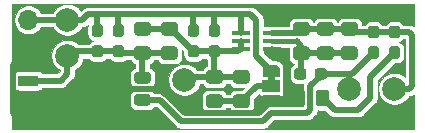
<source format=gbr>
%TF.GenerationSoftware,KiCad,Pcbnew,5.1.6*%
%TF.CreationDate,2020-08-30T23:31:21+02:00*%
%TF.ProjectId,power-toggle-on-hold-off,706f7765-722d-4746-9f67-676c652d6f6e,rev?*%
%TF.SameCoordinates,Original*%
%TF.FileFunction,Copper,L1,Top*%
%TF.FilePolarity,Positive*%
%FSLAX46Y46*%
G04 Gerber Fmt 4.6, Leading zero omitted, Abs format (unit mm)*
G04 Created by KiCad (PCBNEW 5.1.6) date 2020-08-30 23:31:21*
%MOMM*%
%LPD*%
G01*
G04 APERTURE LIST*
%TA.AperFunction,EtchedComponent*%
%ADD10C,0.100000*%
%TD*%
%TA.AperFunction,SMDPad,CuDef*%
%ADD11R,1.700000X0.900000*%
%TD*%
%TA.AperFunction,SMDPad,CuDef*%
%ADD12R,1.500000X0.400000*%
%TD*%
%TA.AperFunction,SMDPad,CuDef*%
%ADD13C,2.000000*%
%TD*%
%TA.AperFunction,SMDPad,CuDef*%
%ADD14C,0.100000*%
%TD*%
%TA.AperFunction,SMDPad,CuDef*%
%ADD15R,1.500000X1.000000*%
%TD*%
%TA.AperFunction,ComponentPad*%
%ADD16O,1.700000X1.700000*%
%TD*%
%TA.AperFunction,ComponentPad*%
%ADD17R,1.700000X1.700000*%
%TD*%
%TA.AperFunction,Conductor*%
%ADD18C,0.500000*%
%TD*%
%TA.AperFunction,Conductor*%
%ADD19C,0.400000*%
%TD*%
%TA.AperFunction,Conductor*%
%ADD20C,0.100000*%
%TD*%
G04 APERTURE END LIST*
D10*
%TO.C,SW2*%
G36*
X79040000Y-42788000D02*
G01*
X79040000Y-43288000D01*
X78440000Y-43288000D01*
X78440000Y-42788000D01*
X79040000Y-42788000D01*
G37*
%TD*%
D11*
%TO.P,SW1,2*%
%TO.N,Net-(C1-Pad2)*%
X58166000Y-43258000D03*
%TO.P,SW1,1*%
%TO.N,GND*%
X58166000Y-46658000D03*
%TD*%
D12*
%TO.P,U1,6*%
%TO.N,Net-(C1-Pad1)*%
X76140000Y-40528000D03*
%TO.P,U1,5*%
X76140000Y-39878000D03*
%TO.P,U1,4*%
%TO.N,VCC*%
X76140000Y-39228000D03*
%TO.P,U1,3*%
%TO.N,Net-(C5-Pad2)*%
X78800000Y-39228000D03*
%TO.P,U1,2*%
%TO.N,Net-(C5-Pad1)*%
X78800000Y-39878000D03*
%TO.P,U1,1*%
%TO.N,GND*%
X78800000Y-40528000D03*
%TD*%
D13*
%TO.P,TP5,1*%
%TO.N,Net-(C5-Pad2)*%
X89154000Y-43942000D03*
%TD*%
%TO.P,TP4,1*%
%TO.N,Net-(D1-Pad2)*%
X85344000Y-43942000D03*
%TD*%
%TO.P,TP3,1*%
%TO.N,Net-(C1-Pad1)*%
X71374000Y-43180000D03*
%TD*%
%TO.P,TP2,1*%
%TO.N,Net-(C1-Pad2)*%
X61468000Y-41148000D03*
%TD*%
%TO.P,TP1,1*%
%TO.N,VCC*%
X61468000Y-38100000D03*
%TD*%
%TA.AperFunction,SMDPad,CuDef*%
D14*
%TO.P,SW2,1*%
%TO.N,VCC*%
G36*
X77990000Y-42938000D02*
G01*
X77990000Y-42388000D01*
X77990602Y-42388000D01*
X77990602Y-42363466D01*
X77995412Y-42314635D01*
X78004984Y-42266510D01*
X78019228Y-42219555D01*
X78038005Y-42174222D01*
X78061136Y-42130949D01*
X78088396Y-42090150D01*
X78119524Y-42052221D01*
X78154221Y-42017524D01*
X78192150Y-41986396D01*
X78232949Y-41959136D01*
X78276222Y-41936005D01*
X78321555Y-41917228D01*
X78368510Y-41902984D01*
X78416635Y-41893412D01*
X78465466Y-41888602D01*
X78490000Y-41888602D01*
X78490000Y-41888000D01*
X78990000Y-41888000D01*
X78990000Y-41888602D01*
X79014534Y-41888602D01*
X79063365Y-41893412D01*
X79111490Y-41902984D01*
X79158445Y-41917228D01*
X79203778Y-41936005D01*
X79247051Y-41959136D01*
X79287850Y-41986396D01*
X79325779Y-42017524D01*
X79360476Y-42052221D01*
X79391604Y-42090150D01*
X79418864Y-42130949D01*
X79441995Y-42174222D01*
X79460772Y-42219555D01*
X79475016Y-42266510D01*
X79484588Y-42314635D01*
X79489398Y-42363466D01*
X79489398Y-42388000D01*
X79490000Y-42388000D01*
X79490000Y-42938000D01*
X77990000Y-42938000D01*
G37*
%TD.AperFunction*%
D15*
%TO.P,SW2,2*%
%TO.N,Net-(C3-Pad2)*%
X78740000Y-43688000D03*
%TA.AperFunction,SMDPad,CuDef*%
D14*
%TO.P,SW2,3*%
%TO.N,GND*%
G36*
X79489398Y-44988000D02*
G01*
X79489398Y-45012534D01*
X79484588Y-45061365D01*
X79475016Y-45109490D01*
X79460772Y-45156445D01*
X79441995Y-45201778D01*
X79418864Y-45245051D01*
X79391604Y-45285850D01*
X79360476Y-45323779D01*
X79325779Y-45358476D01*
X79287850Y-45389604D01*
X79247051Y-45416864D01*
X79203778Y-45439995D01*
X79158445Y-45458772D01*
X79111490Y-45473016D01*
X79063365Y-45482588D01*
X79014534Y-45487398D01*
X78990000Y-45487398D01*
X78990000Y-45488000D01*
X78490000Y-45488000D01*
X78490000Y-45487398D01*
X78465466Y-45487398D01*
X78416635Y-45482588D01*
X78368510Y-45473016D01*
X78321555Y-45458772D01*
X78276222Y-45439995D01*
X78232949Y-45416864D01*
X78192150Y-45389604D01*
X78154221Y-45358476D01*
X78119524Y-45323779D01*
X78088396Y-45285850D01*
X78061136Y-45245051D01*
X78038005Y-45201778D01*
X78019228Y-45156445D01*
X78004984Y-45109490D01*
X77995412Y-45061365D01*
X77990602Y-45012534D01*
X77990602Y-44988000D01*
X77990000Y-44988000D01*
X77990000Y-44438000D01*
X79490000Y-44438000D01*
X79490000Y-44988000D01*
X79489398Y-44988000D01*
G37*
%TD.AperFunction*%
%TD*%
%TO.P,R7,2*%
%TO.N,Net-(D2-Pad2)*%
%TA.AperFunction,SMDPad,CuDef*%
G36*
G01*
X88916500Y-40341000D02*
X89391500Y-40341000D01*
G75*
G02*
X89629000Y-40578500I0J-237500D01*
G01*
X89629000Y-41153500D01*
G75*
G02*
X89391500Y-41391000I-237500J0D01*
G01*
X88916500Y-41391000D01*
G75*
G02*
X88679000Y-41153500I0J237500D01*
G01*
X88679000Y-40578500D01*
G75*
G02*
X88916500Y-40341000I237500J0D01*
G01*
G37*
%TD.AperFunction*%
%TO.P,R7,1*%
%TO.N,Net-(C5-Pad2)*%
%TA.AperFunction,SMDPad,CuDef*%
G36*
G01*
X88916500Y-38591000D02*
X89391500Y-38591000D01*
G75*
G02*
X89629000Y-38828500I0J-237500D01*
G01*
X89629000Y-39403500D01*
G75*
G02*
X89391500Y-39641000I-237500J0D01*
G01*
X88916500Y-39641000D01*
G75*
G02*
X88679000Y-39403500I0J237500D01*
G01*
X88679000Y-38828500D01*
G75*
G02*
X88916500Y-38591000I237500J0D01*
G01*
G37*
%TD.AperFunction*%
%TD*%
%TO.P,R6,2*%
%TO.N,Net-(C5-Pad2)*%
%TA.AperFunction,SMDPad,CuDef*%
G36*
G01*
X87613500Y-39641000D02*
X87138500Y-39641000D01*
G75*
G02*
X86901000Y-39403500I0J237500D01*
G01*
X86901000Y-38828500D01*
G75*
G02*
X87138500Y-38591000I237500J0D01*
G01*
X87613500Y-38591000D01*
G75*
G02*
X87851000Y-38828500I0J-237500D01*
G01*
X87851000Y-39403500D01*
G75*
G02*
X87613500Y-39641000I-237500J0D01*
G01*
G37*
%TD.AperFunction*%
%TO.P,R6,1*%
%TO.N,Net-(D1-Pad2)*%
%TA.AperFunction,SMDPad,CuDef*%
G36*
G01*
X87613500Y-41391000D02*
X87138500Y-41391000D01*
G75*
G02*
X86901000Y-41153500I0J237500D01*
G01*
X86901000Y-40578500D01*
G75*
G02*
X87138500Y-40341000I237500J0D01*
G01*
X87613500Y-40341000D01*
G75*
G02*
X87851000Y-40578500I0J-237500D01*
G01*
X87851000Y-41153500D01*
G75*
G02*
X87613500Y-41391000I-237500J0D01*
G01*
G37*
%TD.AperFunction*%
%TD*%
%TO.P,R5,2*%
%TO.N,Net-(C5-Pad1)*%
%TA.AperFunction,SMDPad,CuDef*%
G36*
G01*
X81692000Y-42434500D02*
X81692000Y-42909500D01*
G75*
G02*
X81454500Y-43147000I-237500J0D01*
G01*
X80879500Y-43147000D01*
G75*
G02*
X80642000Y-42909500I0J237500D01*
G01*
X80642000Y-42434500D01*
G75*
G02*
X80879500Y-42197000I237500J0D01*
G01*
X81454500Y-42197000D01*
G75*
G02*
X81692000Y-42434500I0J-237500D01*
G01*
G37*
%TD.AperFunction*%
%TO.P,R5,1*%
%TO.N,Net-(D1-Pad2)*%
%TA.AperFunction,SMDPad,CuDef*%
G36*
G01*
X83442000Y-42434500D02*
X83442000Y-42909500D01*
G75*
G02*
X83204500Y-43147000I-237500J0D01*
G01*
X82629500Y-43147000D01*
G75*
G02*
X82392000Y-42909500I0J237500D01*
G01*
X82392000Y-42434500D01*
G75*
G02*
X82629500Y-42197000I237500J0D01*
G01*
X83204500Y-42197000D01*
G75*
G02*
X83442000Y-42434500I0J-237500D01*
G01*
G37*
%TD.AperFunction*%
%TD*%
%TO.P,R4,2*%
%TO.N,Net-(C1-Pad1)*%
%TA.AperFunction,SMDPad,CuDef*%
G36*
G01*
X73676500Y-40228000D02*
X74151500Y-40228000D01*
G75*
G02*
X74389000Y-40465500I0J-237500D01*
G01*
X74389000Y-41040500D01*
G75*
G02*
X74151500Y-41278000I-237500J0D01*
G01*
X73676500Y-41278000D01*
G75*
G02*
X73439000Y-41040500I0J237500D01*
G01*
X73439000Y-40465500D01*
G75*
G02*
X73676500Y-40228000I237500J0D01*
G01*
G37*
%TD.AperFunction*%
%TO.P,R4,1*%
%TO.N,VCC*%
%TA.AperFunction,SMDPad,CuDef*%
G36*
G01*
X73676500Y-38478000D02*
X74151500Y-38478000D01*
G75*
G02*
X74389000Y-38715500I0J-237500D01*
G01*
X74389000Y-39290500D01*
G75*
G02*
X74151500Y-39528000I-237500J0D01*
G01*
X73676500Y-39528000D01*
G75*
G02*
X73439000Y-39290500I0J237500D01*
G01*
X73439000Y-38715500D01*
G75*
G02*
X73676500Y-38478000I237500J0D01*
G01*
G37*
%TD.AperFunction*%
%TD*%
%TO.P,R3,2*%
%TO.N,Net-(C1-Pad1)*%
%TA.AperFunction,SMDPad,CuDef*%
G36*
G01*
X71898500Y-40228000D02*
X72373500Y-40228000D01*
G75*
G02*
X72611000Y-40465500I0J-237500D01*
G01*
X72611000Y-41040500D01*
G75*
G02*
X72373500Y-41278000I-237500J0D01*
G01*
X71898500Y-41278000D01*
G75*
G02*
X71661000Y-41040500I0J237500D01*
G01*
X71661000Y-40465500D01*
G75*
G02*
X71898500Y-40228000I237500J0D01*
G01*
G37*
%TD.AperFunction*%
%TO.P,R3,1*%
%TO.N,VCC*%
%TA.AperFunction,SMDPad,CuDef*%
G36*
G01*
X71898500Y-38478000D02*
X72373500Y-38478000D01*
G75*
G02*
X72611000Y-38715500I0J-237500D01*
G01*
X72611000Y-39290500D01*
G75*
G02*
X72373500Y-39528000I-237500J0D01*
G01*
X71898500Y-39528000D01*
G75*
G02*
X71661000Y-39290500I0J237500D01*
G01*
X71661000Y-38715500D01*
G75*
G02*
X71898500Y-38478000I237500J0D01*
G01*
G37*
%TD.AperFunction*%
%TD*%
%TO.P,R2,2*%
%TO.N,Net-(C1-Pad2)*%
%TA.AperFunction,SMDPad,CuDef*%
G36*
G01*
X65548500Y-40228000D02*
X66023500Y-40228000D01*
G75*
G02*
X66261000Y-40465500I0J-237500D01*
G01*
X66261000Y-41040500D01*
G75*
G02*
X66023500Y-41278000I-237500J0D01*
G01*
X65548500Y-41278000D01*
G75*
G02*
X65311000Y-41040500I0J237500D01*
G01*
X65311000Y-40465500D01*
G75*
G02*
X65548500Y-40228000I237500J0D01*
G01*
G37*
%TD.AperFunction*%
%TO.P,R2,1*%
%TO.N,VCC*%
%TA.AperFunction,SMDPad,CuDef*%
G36*
G01*
X65548500Y-38478000D02*
X66023500Y-38478000D01*
G75*
G02*
X66261000Y-38715500I0J-237500D01*
G01*
X66261000Y-39290500D01*
G75*
G02*
X66023500Y-39528000I-237500J0D01*
G01*
X65548500Y-39528000D01*
G75*
G02*
X65311000Y-39290500I0J237500D01*
G01*
X65311000Y-38715500D01*
G75*
G02*
X65548500Y-38478000I237500J0D01*
G01*
G37*
%TD.AperFunction*%
%TD*%
%TO.P,R1,2*%
%TO.N,Net-(C1-Pad2)*%
%TA.AperFunction,SMDPad,CuDef*%
G36*
G01*
X63770500Y-40228000D02*
X64245500Y-40228000D01*
G75*
G02*
X64483000Y-40465500I0J-237500D01*
G01*
X64483000Y-41040500D01*
G75*
G02*
X64245500Y-41278000I-237500J0D01*
G01*
X63770500Y-41278000D01*
G75*
G02*
X63533000Y-41040500I0J237500D01*
G01*
X63533000Y-40465500D01*
G75*
G02*
X63770500Y-40228000I237500J0D01*
G01*
G37*
%TD.AperFunction*%
%TO.P,R1,1*%
%TO.N,VCC*%
%TA.AperFunction,SMDPad,CuDef*%
G36*
G01*
X63770500Y-38478000D02*
X64245500Y-38478000D01*
G75*
G02*
X64483000Y-38715500I0J-237500D01*
G01*
X64483000Y-39290500D01*
G75*
G02*
X64245500Y-39528000I-237500J0D01*
G01*
X63770500Y-39528000D01*
G75*
G02*
X63533000Y-39290500I0J237500D01*
G01*
X63533000Y-38715500D01*
G75*
G02*
X63770500Y-38478000I237500J0D01*
G01*
G37*
%TD.AperFunction*%
%TD*%
D16*
%TO.P,J1,2*%
%TO.N,VCC*%
X58166000Y-38100000D03*
D17*
%TO.P,J1,1*%
%TO.N,GND*%
X58166000Y-40640000D03*
%TD*%
%TO.P,D2,2*%
%TO.N,Net-(D2-Pad2)*%
%TA.AperFunction,SMDPad,CuDef*%
G36*
G01*
X82492000Y-45154001D02*
X82492000Y-44253999D01*
G75*
G02*
X82741999Y-44004000I249999J0D01*
G01*
X83392001Y-44004000D01*
G75*
G02*
X83642000Y-44253999I0J-249999D01*
G01*
X83642000Y-45154001D01*
G75*
G02*
X83392001Y-45404000I-249999J0D01*
G01*
X82741999Y-45404000D01*
G75*
G02*
X82492000Y-45154001I0J249999D01*
G01*
G37*
%TD.AperFunction*%
%TO.P,D2,1*%
%TO.N,GND*%
%TA.AperFunction,SMDPad,CuDef*%
G36*
G01*
X80442000Y-45154001D02*
X80442000Y-44253999D01*
G75*
G02*
X80691999Y-44004000I249999J0D01*
G01*
X81342001Y-44004000D01*
G75*
G02*
X81592000Y-44253999I0J-249999D01*
G01*
X81592000Y-45154001D01*
G75*
G02*
X81342001Y-45404000I-249999J0D01*
G01*
X80691999Y-45404000D01*
G75*
G02*
X80442000Y-45154001I0J249999D01*
G01*
G37*
%TD.AperFunction*%
%TD*%
%TO.P,D1,2*%
%TO.N,Net-(D1-Pad2)*%
%TA.AperFunction,SMDPad,CuDef*%
G36*
G01*
X67361750Y-44392000D02*
X68274250Y-44392000D01*
G75*
G02*
X68518000Y-44635750I0J-243750D01*
G01*
X68518000Y-45123250D01*
G75*
G02*
X68274250Y-45367000I-243750J0D01*
G01*
X67361750Y-45367000D01*
G75*
G02*
X67118000Y-45123250I0J243750D01*
G01*
X67118000Y-44635750D01*
G75*
G02*
X67361750Y-44392000I243750J0D01*
G01*
G37*
%TD.AperFunction*%
%TO.P,D1,1*%
%TO.N,Net-(C1-Pad2)*%
%TA.AperFunction,SMDPad,CuDef*%
G36*
G01*
X67361750Y-42517000D02*
X68274250Y-42517000D01*
G75*
G02*
X68518000Y-42760750I0J-243750D01*
G01*
X68518000Y-43248250D01*
G75*
G02*
X68274250Y-43492000I-243750J0D01*
G01*
X67361750Y-43492000D01*
G75*
G02*
X67118000Y-43248250I0J243750D01*
G01*
X67118000Y-42760750D01*
G75*
G02*
X67361750Y-42517000I243750J0D01*
G01*
G37*
%TD.AperFunction*%
%TD*%
%TO.P,C7,2*%
%TO.N,Net-(C5-Pad2)*%
%TA.AperFunction,SMDPad,CuDef*%
G36*
G01*
X85794001Y-39428000D02*
X84893999Y-39428000D01*
G75*
G02*
X84644000Y-39178001I0J249999D01*
G01*
X84644000Y-38527999D01*
G75*
G02*
X84893999Y-38278000I249999J0D01*
G01*
X85794001Y-38278000D01*
G75*
G02*
X86044000Y-38527999I0J-249999D01*
G01*
X86044000Y-39178001D01*
G75*
G02*
X85794001Y-39428000I-249999J0D01*
G01*
G37*
%TD.AperFunction*%
%TO.P,C7,1*%
%TO.N,Net-(C5-Pad1)*%
%TA.AperFunction,SMDPad,CuDef*%
G36*
G01*
X85794001Y-41478000D02*
X84893999Y-41478000D01*
G75*
G02*
X84644000Y-41228001I0J249999D01*
G01*
X84644000Y-40577999D01*
G75*
G02*
X84893999Y-40328000I249999J0D01*
G01*
X85794001Y-40328000D01*
G75*
G02*
X86044000Y-40577999I0J-249999D01*
G01*
X86044000Y-41228001D01*
G75*
G02*
X85794001Y-41478000I-249999J0D01*
G01*
G37*
%TD.AperFunction*%
%TD*%
%TO.P,C6,2*%
%TO.N,Net-(C5-Pad2)*%
%TA.AperFunction,SMDPad,CuDef*%
G36*
G01*
X83762001Y-39437000D02*
X82861999Y-39437000D01*
G75*
G02*
X82612000Y-39187001I0J249999D01*
G01*
X82612000Y-38536999D01*
G75*
G02*
X82861999Y-38287000I249999J0D01*
G01*
X83762001Y-38287000D01*
G75*
G02*
X84012000Y-38536999I0J-249999D01*
G01*
X84012000Y-39187001D01*
G75*
G02*
X83762001Y-39437000I-249999J0D01*
G01*
G37*
%TD.AperFunction*%
%TO.P,C6,1*%
%TO.N,Net-(C5-Pad1)*%
%TA.AperFunction,SMDPad,CuDef*%
G36*
G01*
X83762001Y-41487000D02*
X82861999Y-41487000D01*
G75*
G02*
X82612000Y-41237001I0J249999D01*
G01*
X82612000Y-40586999D01*
G75*
G02*
X82861999Y-40337000I249999J0D01*
G01*
X83762001Y-40337000D01*
G75*
G02*
X84012000Y-40586999I0J-249999D01*
G01*
X84012000Y-41237001D01*
G75*
G02*
X83762001Y-41487000I-249999J0D01*
G01*
G37*
%TD.AperFunction*%
%TD*%
%TO.P,C5,2*%
%TO.N,Net-(C5-Pad2)*%
%TA.AperFunction,SMDPad,CuDef*%
G36*
G01*
X81730001Y-39437000D02*
X80829999Y-39437000D01*
G75*
G02*
X80580000Y-39187001I0J249999D01*
G01*
X80580000Y-38536999D01*
G75*
G02*
X80829999Y-38287000I249999J0D01*
G01*
X81730001Y-38287000D01*
G75*
G02*
X81980000Y-38536999I0J-249999D01*
G01*
X81980000Y-39187001D01*
G75*
G02*
X81730001Y-39437000I-249999J0D01*
G01*
G37*
%TD.AperFunction*%
%TO.P,C5,1*%
%TO.N,Net-(C5-Pad1)*%
%TA.AperFunction,SMDPad,CuDef*%
G36*
G01*
X81730001Y-41487000D02*
X80829999Y-41487000D01*
G75*
G02*
X80580000Y-41237001I0J249999D01*
G01*
X80580000Y-40586999D01*
G75*
G02*
X80829999Y-40337000I249999J0D01*
G01*
X81730001Y-40337000D01*
G75*
G02*
X81980000Y-40586999I0J-249999D01*
G01*
X81980000Y-41237001D01*
G75*
G02*
X81730001Y-41487000I-249999J0D01*
G01*
G37*
%TD.AperFunction*%
%TD*%
%TO.P,C4,2*%
%TO.N,Net-(C3-Pad2)*%
%TA.AperFunction,SMDPad,CuDef*%
G36*
G01*
X75749999Y-44401000D02*
X76650001Y-44401000D01*
G75*
G02*
X76900000Y-44650999I0J-249999D01*
G01*
X76900000Y-45301001D01*
G75*
G02*
X76650001Y-45551000I-249999J0D01*
G01*
X75749999Y-45551000D01*
G75*
G02*
X75500000Y-45301001I0J249999D01*
G01*
X75500000Y-44650999D01*
G75*
G02*
X75749999Y-44401000I249999J0D01*
G01*
G37*
%TD.AperFunction*%
%TO.P,C4,1*%
%TO.N,Net-(C1-Pad1)*%
%TA.AperFunction,SMDPad,CuDef*%
G36*
G01*
X75749999Y-42351000D02*
X76650001Y-42351000D01*
G75*
G02*
X76900000Y-42600999I0J-249999D01*
G01*
X76900000Y-43251001D01*
G75*
G02*
X76650001Y-43501000I-249999J0D01*
G01*
X75749999Y-43501000D01*
G75*
G02*
X75500000Y-43251001I0J249999D01*
G01*
X75500000Y-42600999D01*
G75*
G02*
X75749999Y-42351000I249999J0D01*
G01*
G37*
%TD.AperFunction*%
%TD*%
%TO.P,C3,2*%
%TO.N,Net-(C3-Pad2)*%
%TA.AperFunction,SMDPad,CuDef*%
G36*
G01*
X73463999Y-44401000D02*
X74364001Y-44401000D01*
G75*
G02*
X74614000Y-44650999I0J-249999D01*
G01*
X74614000Y-45301001D01*
G75*
G02*
X74364001Y-45551000I-249999J0D01*
G01*
X73463999Y-45551000D01*
G75*
G02*
X73214000Y-45301001I0J249999D01*
G01*
X73214000Y-44650999D01*
G75*
G02*
X73463999Y-44401000I249999J0D01*
G01*
G37*
%TD.AperFunction*%
%TO.P,C3,1*%
%TO.N,Net-(C1-Pad1)*%
%TA.AperFunction,SMDPad,CuDef*%
G36*
G01*
X73463999Y-42351000D02*
X74364001Y-42351000D01*
G75*
G02*
X74614000Y-42600999I0J-249999D01*
G01*
X74614000Y-43251001D01*
G75*
G02*
X74364001Y-43501000I-249999J0D01*
G01*
X73463999Y-43501000D01*
G75*
G02*
X73214000Y-43251001I0J249999D01*
G01*
X73214000Y-42600999D01*
G75*
G02*
X73463999Y-42351000I249999J0D01*
G01*
G37*
%TD.AperFunction*%
%TD*%
%TO.P,C2,2*%
%TO.N,Net-(C1-Pad2)*%
%TA.AperFunction,SMDPad,CuDef*%
G36*
G01*
X67367999Y-40328000D02*
X68268001Y-40328000D01*
G75*
G02*
X68518000Y-40577999I0J-249999D01*
G01*
X68518000Y-41228001D01*
G75*
G02*
X68268001Y-41478000I-249999J0D01*
G01*
X67367999Y-41478000D01*
G75*
G02*
X67118000Y-41228001I0J249999D01*
G01*
X67118000Y-40577999D01*
G75*
G02*
X67367999Y-40328000I249999J0D01*
G01*
G37*
%TD.AperFunction*%
%TO.P,C2,1*%
%TO.N,Net-(C1-Pad1)*%
%TA.AperFunction,SMDPad,CuDef*%
G36*
G01*
X67367999Y-38278000D02*
X68268001Y-38278000D01*
G75*
G02*
X68518000Y-38527999I0J-249999D01*
G01*
X68518000Y-39178001D01*
G75*
G02*
X68268001Y-39428000I-249999J0D01*
G01*
X67367999Y-39428000D01*
G75*
G02*
X67118000Y-39178001I0J249999D01*
G01*
X67118000Y-38527999D01*
G75*
G02*
X67367999Y-38278000I249999J0D01*
G01*
G37*
%TD.AperFunction*%
%TD*%
%TO.P,C1,2*%
%TO.N,Net-(C1-Pad2)*%
%TA.AperFunction,SMDPad,CuDef*%
G36*
G01*
X69653999Y-40328000D02*
X70554001Y-40328000D01*
G75*
G02*
X70804000Y-40577999I0J-249999D01*
G01*
X70804000Y-41228001D01*
G75*
G02*
X70554001Y-41478000I-249999J0D01*
G01*
X69653999Y-41478000D01*
G75*
G02*
X69404000Y-41228001I0J249999D01*
G01*
X69404000Y-40577999D01*
G75*
G02*
X69653999Y-40328000I249999J0D01*
G01*
G37*
%TD.AperFunction*%
%TO.P,C1,1*%
%TO.N,Net-(C1-Pad1)*%
%TA.AperFunction,SMDPad,CuDef*%
G36*
G01*
X69653999Y-38278000D02*
X70554001Y-38278000D01*
G75*
G02*
X70804000Y-38527999I0J-249999D01*
G01*
X70804000Y-39178001D01*
G75*
G02*
X70554001Y-39428000I-249999J0D01*
G01*
X69653999Y-39428000D01*
G75*
G02*
X69404000Y-39178001I0J249999D01*
G01*
X69404000Y-38527999D01*
G75*
G02*
X69653999Y-38278000I249999J0D01*
G01*
G37*
%TD.AperFunction*%
%TD*%
D18*
%TO.N,GND*%
X80733000Y-44988000D02*
X81017000Y-44704000D01*
X78740000Y-44988000D02*
X80733000Y-44988000D01*
X71401010Y-46001010D02*
X69342000Y-43942000D01*
X77726990Y-46001010D02*
X71401010Y-46001010D01*
X63754000Y-43942000D02*
X61038000Y-46658000D01*
X69342000Y-43942000D02*
X63754000Y-43942000D01*
X61038000Y-46658000D02*
X58166000Y-46658000D01*
X78740000Y-44988000D02*
X77726990Y-46001010D01*
X58166000Y-46658000D02*
X57580000Y-46658000D01*
X56865999Y-41940001D02*
X58166000Y-40640000D01*
X56865999Y-45943999D02*
X56865999Y-41940001D01*
X57580000Y-46658000D02*
X56865999Y-45943999D01*
X79940010Y-41668010D02*
X79940010Y-44988000D01*
X78800000Y-40528000D02*
X79940010Y-41668010D01*
%TO.N,Net-(C1-Pad1)*%
X73914000Y-42926000D02*
X76200000Y-42926000D01*
X67818000Y-38853000D02*
X70104000Y-38853000D01*
X70236000Y-38853000D02*
X72136000Y-40753000D01*
X70104000Y-38853000D02*
X70236000Y-38853000D01*
X72136000Y-40753000D02*
X73914000Y-40753000D01*
X75915000Y-40753000D02*
X76140000Y-40528000D01*
X73914000Y-40753000D02*
X75915000Y-40753000D01*
X76140000Y-40528000D02*
X76140000Y-39928010D01*
X71628000Y-42926000D02*
X71374000Y-43180000D01*
X73914000Y-42926000D02*
X71628000Y-42926000D01*
X73914000Y-40753000D02*
X73914000Y-42926000D01*
%TO.N,Net-(D1-Pad2)*%
X82917000Y-42672000D02*
X85344000Y-42672000D01*
X85344000Y-42672000D02*
X85344000Y-43942000D01*
X85570000Y-42672000D02*
X87376000Y-40866000D01*
X85344000Y-42672000D02*
X85570000Y-42672000D01*
X82042000Y-43688000D02*
X82917000Y-42813000D01*
X82042000Y-45720000D02*
X82042000Y-43688000D01*
X78743962Y-45974000D02*
X81788000Y-45974000D01*
X71111058Y-46701020D02*
X78016943Y-46701020D01*
X82917000Y-42813000D02*
X82917000Y-42672000D01*
X78016943Y-46701020D02*
X78743962Y-45974000D01*
X81788000Y-45974000D02*
X82042000Y-45720000D01*
X69289538Y-44879500D02*
X71111058Y-46701020D01*
X67818000Y-44879500D02*
X69289538Y-44879500D01*
%TO.N,VCC*%
X73914000Y-39003000D02*
X73914000Y-37592000D01*
X72136000Y-39003000D02*
X72136000Y-37592000D01*
X72136000Y-37592000D02*
X73914000Y-37592000D01*
X65786000Y-39003000D02*
X65786000Y-37592000D01*
X65786000Y-37592000D02*
X72136000Y-37592000D01*
X64008000Y-39003000D02*
X64008000Y-37592000D01*
X64008000Y-37592000D02*
X65786000Y-37592000D01*
X76140000Y-39228000D02*
X76140000Y-37592000D01*
X77470000Y-41118000D02*
X78740000Y-42388000D01*
X77470000Y-38100000D02*
X77470000Y-41118000D01*
X76962000Y-37592000D02*
X77470000Y-38100000D01*
X73914000Y-37592000D02*
X76962000Y-37592000D01*
X58166000Y-38100000D02*
X61468000Y-38100000D01*
X64008000Y-37592000D02*
X63246000Y-37592000D01*
X62738000Y-38100000D02*
X61468000Y-38100000D01*
X63246000Y-37592000D02*
X62738000Y-38100000D01*
%TO.N,Net-(C1-Pad2)*%
X70104000Y-40903000D02*
X67818000Y-40903000D01*
X67818000Y-40903000D02*
X67818000Y-43004500D01*
X65936000Y-40903000D02*
X65786000Y-40753000D01*
X67818000Y-40903000D02*
X65936000Y-40903000D01*
X65786000Y-40753000D02*
X64008000Y-40753000D01*
X61863000Y-40753000D02*
X61468000Y-41148000D01*
X64008000Y-40753000D02*
X61863000Y-40753000D01*
X58166000Y-43258000D02*
X60882000Y-43258000D01*
X61468000Y-42672000D02*
X61468000Y-41148000D01*
X60882000Y-43258000D02*
X61468000Y-42672000D01*
%TO.N,Net-(C3-Pad2)*%
X77488000Y-43688000D02*
X76200000Y-44976000D01*
X78740000Y-43688000D02*
X77488000Y-43688000D01*
X76200000Y-44976000D02*
X73914000Y-44976000D01*
%TO.N,Net-(C5-Pad2)*%
X81280000Y-38862000D02*
X83312000Y-38862000D01*
X85335000Y-38862000D02*
X85344000Y-38853000D01*
X83312000Y-38862000D02*
X85335000Y-38862000D01*
X89154000Y-39116000D02*
X87376000Y-39116000D01*
X85607000Y-39116000D02*
X85344000Y-38853000D01*
X87376000Y-39116000D02*
X85607000Y-39116000D01*
X80914000Y-39228000D02*
X81280000Y-38862000D01*
X78800000Y-39228000D02*
X80914000Y-39228000D01*
X90424000Y-43942000D02*
X89154000Y-43942000D01*
X90678000Y-39370000D02*
X90678000Y-43688000D01*
X90678000Y-43688000D02*
X90424000Y-43942000D01*
X90424000Y-39116000D02*
X90678000Y-39370000D01*
X89154000Y-39116000D02*
X90424000Y-39116000D01*
%TO.N,Net-(C5-Pad1)*%
X83321000Y-40903000D02*
X83312000Y-40912000D01*
X85344000Y-40903000D02*
X83321000Y-40903000D01*
X83312000Y-40912000D02*
X81280000Y-40912000D01*
X81280000Y-42559000D02*
X81167000Y-42672000D01*
X81280000Y-40912000D02*
X81280000Y-42559000D01*
X81280000Y-40337000D02*
X80871010Y-39928010D01*
X81280000Y-40912000D02*
X81280000Y-40337000D01*
D19*
X80821000Y-39878000D02*
X80871010Y-39928010D01*
X78800000Y-39878000D02*
X80821000Y-39878000D01*
D18*
%TO.N,Net-(D2-Pad2)*%
X89154000Y-40866000D02*
X89154000Y-40894000D01*
X89154000Y-40894000D02*
X87122000Y-42926000D01*
X87122000Y-42926000D02*
X87122000Y-44704000D01*
X87122000Y-44704000D02*
X86106000Y-45720000D01*
X84083000Y-45720000D02*
X83067000Y-44704000D01*
X86106000Y-45720000D02*
X84083000Y-45720000D01*
%TD*%
D20*
%TO.N,GND*%
G36*
X90791001Y-38615131D02*
G01*
X90770120Y-38597995D01*
X90662411Y-38540424D01*
X90545541Y-38504972D01*
X90454449Y-38496000D01*
X90424000Y-38493001D01*
X90393551Y-38496000D01*
X89901315Y-38496000D01*
X89898106Y-38489997D01*
X89822333Y-38397667D01*
X89730003Y-38321894D01*
X89624665Y-38265589D01*
X89510367Y-38230917D01*
X89391500Y-38219210D01*
X88916500Y-38219210D01*
X88797633Y-38230917D01*
X88683335Y-38265589D01*
X88577997Y-38321894D01*
X88485667Y-38397667D01*
X88409894Y-38489997D01*
X88406685Y-38496000D01*
X88123315Y-38496000D01*
X88120106Y-38489997D01*
X88044333Y-38397667D01*
X87952003Y-38321894D01*
X87846665Y-38265589D01*
X87732367Y-38230917D01*
X87613500Y-38219210D01*
X87138500Y-38219210D01*
X87019633Y-38230917D01*
X86905335Y-38265589D01*
X86799997Y-38321894D01*
X86707667Y-38397667D01*
X86631894Y-38489997D01*
X86628685Y-38496000D01*
X86412638Y-38496000D01*
X86403842Y-38406694D01*
X86368459Y-38290051D01*
X86311000Y-38182552D01*
X86233672Y-38088328D01*
X86139448Y-38011000D01*
X86031949Y-37953541D01*
X85915306Y-37918158D01*
X85794001Y-37906210D01*
X84893999Y-37906210D01*
X84772694Y-37918158D01*
X84656051Y-37953541D01*
X84548552Y-38011000D01*
X84454328Y-38088328D01*
X84377000Y-38182552D01*
X84345225Y-38242000D01*
X84305965Y-38242000D01*
X84279000Y-38191552D01*
X84201672Y-38097328D01*
X84107448Y-38020000D01*
X83999949Y-37962541D01*
X83883306Y-37927158D01*
X83762001Y-37915210D01*
X82861999Y-37915210D01*
X82740694Y-37927158D01*
X82624051Y-37962541D01*
X82516552Y-38020000D01*
X82422328Y-38097328D01*
X82345000Y-38191552D01*
X82318035Y-38242000D01*
X82273965Y-38242000D01*
X82247000Y-38191552D01*
X82169672Y-38097328D01*
X82075448Y-38020000D01*
X81967949Y-37962541D01*
X81851306Y-37927158D01*
X81730001Y-37915210D01*
X80829999Y-37915210D01*
X80708694Y-37927158D01*
X80592051Y-37962541D01*
X80484552Y-38020000D01*
X80390328Y-38097328D01*
X80313000Y-38191552D01*
X80255541Y-38299051D01*
X80220158Y-38415694D01*
X80208210Y-38536999D01*
X80208210Y-38608000D01*
X78769551Y-38608000D01*
X78678459Y-38616972D01*
X78561589Y-38652424D01*
X78554506Y-38656210D01*
X78090000Y-38656210D01*
X78090000Y-38130440D01*
X78092998Y-38099999D01*
X78090000Y-38069558D01*
X78090000Y-38069551D01*
X78081028Y-37978459D01*
X78076200Y-37962541D01*
X78061842Y-37915210D01*
X78045576Y-37861589D01*
X77988005Y-37753880D01*
X77910527Y-37659473D01*
X77886872Y-37640060D01*
X77421945Y-37175134D01*
X77402527Y-37151473D01*
X77308120Y-37073995D01*
X77200411Y-37016424D01*
X77083541Y-36980972D01*
X76992449Y-36972000D01*
X76962000Y-36969001D01*
X76931551Y-36972000D01*
X76170449Y-36972000D01*
X76140000Y-36969001D01*
X76109552Y-36972000D01*
X73944449Y-36972000D01*
X73914000Y-36969001D01*
X73883552Y-36972000D01*
X72166449Y-36972000D01*
X72136000Y-36969001D01*
X72105552Y-36972000D01*
X65816449Y-36972000D01*
X65786000Y-36969001D01*
X65755552Y-36972000D01*
X64038449Y-36972000D01*
X64008000Y-36969001D01*
X63977552Y-36972000D01*
X63276440Y-36972000D01*
X63245999Y-36969002D01*
X63215558Y-36972000D01*
X63215551Y-36972000D01*
X63135984Y-36979837D01*
X63124458Y-36980972D01*
X63073569Y-36996409D01*
X63007589Y-37016424D01*
X62899880Y-37073995D01*
X62805473Y-37151473D01*
X62786059Y-37175130D01*
X62613204Y-37347984D01*
X62532149Y-37226676D01*
X62341324Y-37035851D01*
X62116938Y-36885922D01*
X61867614Y-36782648D01*
X61602933Y-36730000D01*
X61333067Y-36730000D01*
X61068386Y-36782648D01*
X60819062Y-36885922D01*
X60594676Y-37035851D01*
X60403851Y-37226676D01*
X60253922Y-37451062D01*
X60241935Y-37480000D01*
X59219011Y-37480000D01*
X59113636Y-37322295D01*
X58943705Y-37152364D01*
X58743887Y-37018850D01*
X58521861Y-36926884D01*
X58286160Y-36880000D01*
X58045840Y-36880000D01*
X57810139Y-36926884D01*
X57588113Y-37018850D01*
X57388295Y-37152364D01*
X57218364Y-37322295D01*
X57084850Y-37522113D01*
X56992884Y-37744139D01*
X56946000Y-37979840D01*
X56946000Y-38220160D01*
X56992884Y-38455861D01*
X57084850Y-38677887D01*
X57218364Y-38877705D01*
X57388295Y-39047636D01*
X57588113Y-39181150D01*
X57810139Y-39273116D01*
X58045840Y-39320000D01*
X58286160Y-39320000D01*
X58521861Y-39273116D01*
X58743887Y-39181150D01*
X58943705Y-39047636D01*
X59113636Y-38877705D01*
X59219011Y-38720000D01*
X60241935Y-38720000D01*
X60253922Y-38748938D01*
X60403851Y-38973324D01*
X60594676Y-39164149D01*
X60819062Y-39314078D01*
X61068386Y-39417352D01*
X61333067Y-39470000D01*
X61602933Y-39470000D01*
X61867614Y-39417352D01*
X62116938Y-39314078D01*
X62341324Y-39164149D01*
X62532149Y-38973324D01*
X62682078Y-38748938D01*
X62694065Y-38720000D01*
X62707551Y-38720000D01*
X62738000Y-38722999D01*
X62859541Y-38711028D01*
X62864140Y-38709633D01*
X62976411Y-38675576D01*
X63084120Y-38618005D01*
X63178527Y-38540527D01*
X63196627Y-38518472D01*
X63172917Y-38596633D01*
X63161210Y-38715500D01*
X63161210Y-39290500D01*
X63172917Y-39409367D01*
X63207589Y-39523665D01*
X63263894Y-39629003D01*
X63339667Y-39721333D01*
X63431997Y-39797106D01*
X63537335Y-39853411D01*
X63618394Y-39878000D01*
X63537335Y-39902589D01*
X63431997Y-39958894D01*
X63339667Y-40034667D01*
X63263894Y-40126997D01*
X63260685Y-40133000D01*
X62390473Y-40133000D01*
X62341324Y-40083851D01*
X62116938Y-39933922D01*
X61867614Y-39830648D01*
X61602933Y-39778000D01*
X61333067Y-39778000D01*
X61068386Y-39830648D01*
X60819062Y-39933922D01*
X60594676Y-40083851D01*
X60403851Y-40274676D01*
X60253922Y-40499062D01*
X60150648Y-40748386D01*
X60098000Y-41013067D01*
X60098000Y-41282933D01*
X60150648Y-41547614D01*
X60253922Y-41796938D01*
X60403851Y-42021324D01*
X60594676Y-42212149D01*
X60819062Y-42362078D01*
X60848000Y-42374065D01*
X60848000Y-42415188D01*
X60625189Y-42638000D01*
X59344671Y-42638000D01*
X59325132Y-42601445D01*
X59278895Y-42545105D01*
X59222555Y-42498868D01*
X59158278Y-42464511D01*
X59088533Y-42443354D01*
X59016000Y-42436210D01*
X57316000Y-42436210D01*
X57243467Y-42443354D01*
X57173722Y-42464511D01*
X57109445Y-42498868D01*
X57053105Y-42545105D01*
X57006868Y-42601445D01*
X56972511Y-42665722D01*
X56951354Y-42735467D01*
X56944210Y-42808000D01*
X56944210Y-43708000D01*
X56951354Y-43780533D01*
X56972511Y-43850278D01*
X57006868Y-43914555D01*
X57053105Y-43970895D01*
X57109445Y-44017132D01*
X57173722Y-44051489D01*
X57243467Y-44072646D01*
X57316000Y-44079790D01*
X59016000Y-44079790D01*
X59088533Y-44072646D01*
X59158278Y-44051489D01*
X59222555Y-44017132D01*
X59278895Y-43970895D01*
X59325132Y-43914555D01*
X59344671Y-43878000D01*
X60851551Y-43878000D01*
X60882000Y-43880999D01*
X61003541Y-43869028D01*
X61020808Y-43863790D01*
X61120411Y-43833576D01*
X61228120Y-43776005D01*
X61322527Y-43698527D01*
X61341945Y-43674866D01*
X61884872Y-43131940D01*
X61908527Y-43112527D01*
X61986005Y-43018120D01*
X62043576Y-42910411D01*
X62071768Y-42817473D01*
X62079028Y-42793542D01*
X62090999Y-42672001D01*
X62088000Y-42641551D01*
X62088000Y-42374065D01*
X62116938Y-42362078D01*
X62341324Y-42212149D01*
X62532149Y-42021324D01*
X62682078Y-41796938D01*
X62785352Y-41547614D01*
X62820085Y-41373000D01*
X63260685Y-41373000D01*
X63263894Y-41379003D01*
X63339667Y-41471333D01*
X63431997Y-41547106D01*
X63537335Y-41603411D01*
X63651633Y-41638083D01*
X63770500Y-41649790D01*
X64245500Y-41649790D01*
X64364367Y-41638083D01*
X64478665Y-41603411D01*
X64584003Y-41547106D01*
X64676333Y-41471333D01*
X64752106Y-41379003D01*
X64755315Y-41373000D01*
X65038685Y-41373000D01*
X65041894Y-41379003D01*
X65117667Y-41471333D01*
X65209997Y-41547106D01*
X65315335Y-41603411D01*
X65429633Y-41638083D01*
X65548500Y-41649790D01*
X66023500Y-41649790D01*
X66142367Y-41638083D01*
X66256665Y-41603411D01*
X66362003Y-41547106D01*
X66391376Y-41523000D01*
X66824035Y-41523000D01*
X66851000Y-41573448D01*
X66928328Y-41667672D01*
X67022552Y-41745000D01*
X67130051Y-41802459D01*
X67198000Y-41823071D01*
X67198001Y-42170282D01*
X67126193Y-42192065D01*
X67019774Y-42248947D01*
X66926497Y-42325497D01*
X66849947Y-42418774D01*
X66793065Y-42525193D01*
X66758037Y-42640664D01*
X66746210Y-42760750D01*
X66746210Y-43248250D01*
X66758037Y-43368336D01*
X66793065Y-43483807D01*
X66849947Y-43590226D01*
X66926497Y-43683503D01*
X67019774Y-43760053D01*
X67126193Y-43816935D01*
X67241664Y-43851963D01*
X67361750Y-43863790D01*
X68274250Y-43863790D01*
X68394336Y-43851963D01*
X68509807Y-43816935D01*
X68616226Y-43760053D01*
X68709503Y-43683503D01*
X68786053Y-43590226D01*
X68842935Y-43483807D01*
X68877963Y-43368336D01*
X68889790Y-43248250D01*
X68889790Y-42760750D01*
X68877963Y-42640664D01*
X68842935Y-42525193D01*
X68786053Y-42418774D01*
X68709503Y-42325497D01*
X68616226Y-42248947D01*
X68509807Y-42192065D01*
X68438000Y-42170282D01*
X68438000Y-41823071D01*
X68505949Y-41802459D01*
X68613448Y-41745000D01*
X68707672Y-41667672D01*
X68785000Y-41573448D01*
X68811965Y-41523000D01*
X69110035Y-41523000D01*
X69137000Y-41573448D01*
X69214328Y-41667672D01*
X69308552Y-41745000D01*
X69416051Y-41802459D01*
X69532694Y-41837842D01*
X69653999Y-41849790D01*
X70554001Y-41849790D01*
X70675306Y-41837842D01*
X70791949Y-41802459D01*
X70899448Y-41745000D01*
X70993672Y-41667672D01*
X71071000Y-41573448D01*
X71128459Y-41465949D01*
X71163842Y-41349306D01*
X71175790Y-41228001D01*
X71175790Y-40669602D01*
X71289210Y-40783023D01*
X71289210Y-41040500D01*
X71300917Y-41159367D01*
X71335589Y-41273665D01*
X71391894Y-41379003D01*
X71467667Y-41471333D01*
X71559997Y-41547106D01*
X71665335Y-41603411D01*
X71779633Y-41638083D01*
X71898500Y-41649790D01*
X72373500Y-41649790D01*
X72492367Y-41638083D01*
X72606665Y-41603411D01*
X72712003Y-41547106D01*
X72804333Y-41471333D01*
X72880106Y-41379003D01*
X72883315Y-41373000D01*
X73166685Y-41373000D01*
X73169894Y-41379003D01*
X73245667Y-41471333D01*
X73294000Y-41510999D01*
X73294001Y-42005929D01*
X73226051Y-42026541D01*
X73118552Y-42084000D01*
X73024328Y-42161328D01*
X72947000Y-42255552D01*
X72920035Y-42306000D01*
X72437473Y-42306000D01*
X72247324Y-42115851D01*
X72022938Y-41965922D01*
X71773614Y-41862648D01*
X71508933Y-41810000D01*
X71239067Y-41810000D01*
X70974386Y-41862648D01*
X70725062Y-41965922D01*
X70500676Y-42115851D01*
X70309851Y-42306676D01*
X70159922Y-42531062D01*
X70056648Y-42780386D01*
X70004000Y-43045067D01*
X70004000Y-43314933D01*
X70056648Y-43579614D01*
X70159922Y-43828938D01*
X70309851Y-44053324D01*
X70500676Y-44244149D01*
X70725062Y-44394078D01*
X70974386Y-44497352D01*
X71239067Y-44550000D01*
X71508933Y-44550000D01*
X71773614Y-44497352D01*
X72022938Y-44394078D01*
X72247324Y-44244149D01*
X72438149Y-44053324D01*
X72588078Y-43828938D01*
X72691352Y-43579614D01*
X72698038Y-43546000D01*
X72920035Y-43546000D01*
X72947000Y-43596448D01*
X73024328Y-43690672D01*
X73118552Y-43768000D01*
X73226051Y-43825459D01*
X73342694Y-43860842D01*
X73463999Y-43872790D01*
X74364001Y-43872790D01*
X74485306Y-43860842D01*
X74601949Y-43825459D01*
X74709448Y-43768000D01*
X74803672Y-43690672D01*
X74881000Y-43596448D01*
X74907965Y-43546000D01*
X75206035Y-43546000D01*
X75233000Y-43596448D01*
X75310328Y-43690672D01*
X75404552Y-43768000D01*
X75512051Y-43825459D01*
X75628694Y-43860842D01*
X75749999Y-43872790D01*
X76426398Y-43872790D01*
X76269979Y-44029210D01*
X75749999Y-44029210D01*
X75628694Y-44041158D01*
X75512051Y-44076541D01*
X75404552Y-44134000D01*
X75310328Y-44211328D01*
X75233000Y-44305552D01*
X75206035Y-44356000D01*
X74907965Y-44356000D01*
X74881000Y-44305552D01*
X74803672Y-44211328D01*
X74709448Y-44134000D01*
X74601949Y-44076541D01*
X74485306Y-44041158D01*
X74364001Y-44029210D01*
X73463999Y-44029210D01*
X73342694Y-44041158D01*
X73226051Y-44076541D01*
X73118552Y-44134000D01*
X73024328Y-44211328D01*
X72947000Y-44305552D01*
X72889541Y-44413051D01*
X72854158Y-44529694D01*
X72842210Y-44650999D01*
X72842210Y-45301001D01*
X72854158Y-45422306D01*
X72889541Y-45538949D01*
X72947000Y-45646448D01*
X73024328Y-45740672D01*
X73118552Y-45818000D01*
X73226051Y-45875459D01*
X73342694Y-45910842D01*
X73463999Y-45922790D01*
X74364001Y-45922790D01*
X74485306Y-45910842D01*
X74601949Y-45875459D01*
X74709448Y-45818000D01*
X74803672Y-45740672D01*
X74881000Y-45646448D01*
X74907965Y-45596000D01*
X75206035Y-45596000D01*
X75233000Y-45646448D01*
X75310328Y-45740672D01*
X75404552Y-45818000D01*
X75512051Y-45875459D01*
X75628694Y-45910842D01*
X75749999Y-45922790D01*
X76650001Y-45922790D01*
X76771306Y-45910842D01*
X76887949Y-45875459D01*
X76995448Y-45818000D01*
X77089672Y-45740672D01*
X77167000Y-45646448D01*
X77224459Y-45538949D01*
X77259842Y-45422306D01*
X77271790Y-45301001D01*
X77271790Y-44781021D01*
X77672992Y-44379820D01*
X77680868Y-44394555D01*
X77727105Y-44450895D01*
X77783445Y-44497132D01*
X77847722Y-44531489D01*
X77917467Y-44552646D01*
X77990000Y-44559790D01*
X79490000Y-44559790D01*
X79562533Y-44552646D01*
X79632278Y-44531489D01*
X79696555Y-44497132D01*
X79752895Y-44450895D01*
X79799132Y-44394555D01*
X79833489Y-44330278D01*
X79854646Y-44260533D01*
X79861790Y-44188000D01*
X79861790Y-43188000D01*
X79854646Y-43115467D01*
X79838730Y-43063000D01*
X79854646Y-43010533D01*
X79861790Y-42938000D01*
X79861790Y-42388000D01*
X79859382Y-42363552D01*
X79859382Y-42338991D01*
X79852238Y-42266459D01*
X79833116Y-42170326D01*
X79811960Y-42100582D01*
X79774451Y-42010026D01*
X79740093Y-41945746D01*
X79685637Y-41864247D01*
X79639400Y-41807908D01*
X79570092Y-41738600D01*
X79513753Y-41692363D01*
X79432254Y-41637907D01*
X79367974Y-41603549D01*
X79277418Y-41566040D01*
X79207674Y-41544884D01*
X79111541Y-41525762D01*
X79039009Y-41518618D01*
X79014448Y-41518618D01*
X78990000Y-41516210D01*
X78745022Y-41516210D01*
X78090000Y-40861189D01*
X78090000Y-40449790D01*
X79550000Y-40449790D01*
X79568174Y-40448000D01*
X80225525Y-40448000D01*
X80220158Y-40465694D01*
X80208210Y-40586999D01*
X80208210Y-41237001D01*
X80220158Y-41358306D01*
X80255541Y-41474949D01*
X80313000Y-41582448D01*
X80390328Y-41676672D01*
X80484552Y-41754000D01*
X80592051Y-41811459D01*
X80660001Y-41832071D01*
X80660001Y-41867444D01*
X80646335Y-41871589D01*
X80540997Y-41927894D01*
X80448667Y-42003667D01*
X80372894Y-42095997D01*
X80316589Y-42201335D01*
X80281917Y-42315633D01*
X80270210Y-42434500D01*
X80270210Y-42909500D01*
X80281917Y-43028367D01*
X80316589Y-43142665D01*
X80372894Y-43248003D01*
X80448667Y-43340333D01*
X80540997Y-43416106D01*
X80646335Y-43472411D01*
X80760633Y-43507083D01*
X80879500Y-43518790D01*
X81445433Y-43518790D01*
X81430972Y-43566459D01*
X81419001Y-43688000D01*
X81422001Y-43718459D01*
X81422000Y-45354000D01*
X78774410Y-45354000D01*
X78743961Y-45351001D01*
X78622420Y-45362972D01*
X78586968Y-45373727D01*
X78505551Y-45398424D01*
X78397842Y-45455995D01*
X78303435Y-45533473D01*
X78284021Y-45557129D01*
X77760131Y-46081020D01*
X71367870Y-46081020D01*
X69749484Y-44462635D01*
X69730065Y-44438973D01*
X69635658Y-44361495D01*
X69527949Y-44303924D01*
X69411079Y-44268472D01*
X69319987Y-44259500D01*
X69289538Y-44256501D01*
X69259089Y-44259500D01*
X68757925Y-44259500D01*
X68709503Y-44200497D01*
X68616226Y-44123947D01*
X68509807Y-44067065D01*
X68394336Y-44032037D01*
X68274250Y-44020210D01*
X67361750Y-44020210D01*
X67241664Y-44032037D01*
X67126193Y-44067065D01*
X67019774Y-44123947D01*
X66926497Y-44200497D01*
X66849947Y-44293774D01*
X66793065Y-44400193D01*
X66758037Y-44515664D01*
X66746210Y-44635750D01*
X66746210Y-45123250D01*
X66758037Y-45243336D01*
X66793065Y-45358807D01*
X66849947Y-45465226D01*
X66926497Y-45558503D01*
X67019774Y-45635053D01*
X67126193Y-45691935D01*
X67241664Y-45726963D01*
X67361750Y-45738790D01*
X68274250Y-45738790D01*
X68394336Y-45726963D01*
X68509807Y-45691935D01*
X68616226Y-45635053D01*
X68709503Y-45558503D01*
X68757925Y-45499500D01*
X69032727Y-45499500D01*
X70651117Y-47117891D01*
X70670531Y-47141547D01*
X70764938Y-47219025D01*
X70872647Y-47276596D01*
X70954064Y-47301293D01*
X70989516Y-47312048D01*
X71111057Y-47324019D01*
X71141506Y-47321020D01*
X77986495Y-47321020D01*
X78016943Y-47324019D01*
X78138484Y-47312048D01*
X78255354Y-47276596D01*
X78363063Y-47219025D01*
X78457470Y-47141547D01*
X78476888Y-47117886D01*
X79000775Y-46594000D01*
X81757551Y-46594000D01*
X81788000Y-46596999D01*
X81909541Y-46585028D01*
X81927830Y-46579480D01*
X82026411Y-46549576D01*
X82134120Y-46492005D01*
X82228527Y-46414527D01*
X82247946Y-46390865D01*
X82458866Y-46179945D01*
X82482527Y-46160527D01*
X82560005Y-46066120D01*
X82617576Y-45958411D01*
X82653028Y-45841541D01*
X82660297Y-45767743D01*
X82741999Y-45775790D01*
X83261978Y-45775790D01*
X83623059Y-46136871D01*
X83642473Y-46160527D01*
X83736880Y-46238005D01*
X83844589Y-46295576D01*
X83925497Y-46320119D01*
X83961458Y-46331028D01*
X84083000Y-46342999D01*
X84113449Y-46340000D01*
X86075551Y-46340000D01*
X86106000Y-46342999D01*
X86227541Y-46331028D01*
X86344411Y-46295576D01*
X86452120Y-46238005D01*
X86546527Y-46160527D01*
X86565946Y-46136866D01*
X87538871Y-45163941D01*
X87562527Y-45144527D01*
X87640005Y-45050120D01*
X87697576Y-44942411D01*
X87733028Y-44825541D01*
X87742000Y-44734449D01*
X87744999Y-44704000D01*
X87742000Y-44673551D01*
X87742000Y-43182811D01*
X89162022Y-41762790D01*
X89391500Y-41762790D01*
X89510367Y-41751083D01*
X89624665Y-41716411D01*
X89730003Y-41660106D01*
X89822333Y-41584333D01*
X89898106Y-41492003D01*
X89954411Y-41386665D01*
X89989083Y-41272367D01*
X90000790Y-41153500D01*
X90000790Y-40578500D01*
X89989083Y-40459633D01*
X89954411Y-40345335D01*
X89898106Y-40239997D01*
X89822333Y-40147667D01*
X89730003Y-40071894D01*
X89624665Y-40015589D01*
X89543606Y-39991000D01*
X89624665Y-39966411D01*
X89730003Y-39910106D01*
X89822333Y-39834333D01*
X89898106Y-39742003D01*
X89901315Y-39736000D01*
X90058000Y-39736000D01*
X90058001Y-42908528D01*
X90027324Y-42877851D01*
X89802938Y-42727922D01*
X89553614Y-42624648D01*
X89288933Y-42572000D01*
X89019067Y-42572000D01*
X88754386Y-42624648D01*
X88505062Y-42727922D01*
X88280676Y-42877851D01*
X88089851Y-43068676D01*
X87939922Y-43293062D01*
X87836648Y-43542386D01*
X87784000Y-43807067D01*
X87784000Y-44076933D01*
X87836648Y-44341614D01*
X87939922Y-44590938D01*
X88089851Y-44815324D01*
X88280676Y-45006149D01*
X88505062Y-45156078D01*
X88754386Y-45259352D01*
X89019067Y-45312000D01*
X89288933Y-45312000D01*
X89553614Y-45259352D01*
X89802938Y-45156078D01*
X90027324Y-45006149D01*
X90218149Y-44815324D01*
X90368078Y-44590938D01*
X90380065Y-44562000D01*
X90393551Y-44562000D01*
X90424000Y-44564999D01*
X90483639Y-44559125D01*
X90545541Y-44553028D01*
X90662411Y-44517576D01*
X90770120Y-44460005D01*
X90791000Y-44442869D01*
X90791000Y-47357000D01*
X56783000Y-47357000D01*
X56783000Y-36717000D01*
X90791001Y-36717000D01*
X90791001Y-38615131D01*
G37*
X90791001Y-38615131D02*
X90770120Y-38597995D01*
X90662411Y-38540424D01*
X90545541Y-38504972D01*
X90454449Y-38496000D01*
X90424000Y-38493001D01*
X90393551Y-38496000D01*
X89901315Y-38496000D01*
X89898106Y-38489997D01*
X89822333Y-38397667D01*
X89730003Y-38321894D01*
X89624665Y-38265589D01*
X89510367Y-38230917D01*
X89391500Y-38219210D01*
X88916500Y-38219210D01*
X88797633Y-38230917D01*
X88683335Y-38265589D01*
X88577997Y-38321894D01*
X88485667Y-38397667D01*
X88409894Y-38489997D01*
X88406685Y-38496000D01*
X88123315Y-38496000D01*
X88120106Y-38489997D01*
X88044333Y-38397667D01*
X87952003Y-38321894D01*
X87846665Y-38265589D01*
X87732367Y-38230917D01*
X87613500Y-38219210D01*
X87138500Y-38219210D01*
X87019633Y-38230917D01*
X86905335Y-38265589D01*
X86799997Y-38321894D01*
X86707667Y-38397667D01*
X86631894Y-38489997D01*
X86628685Y-38496000D01*
X86412638Y-38496000D01*
X86403842Y-38406694D01*
X86368459Y-38290051D01*
X86311000Y-38182552D01*
X86233672Y-38088328D01*
X86139448Y-38011000D01*
X86031949Y-37953541D01*
X85915306Y-37918158D01*
X85794001Y-37906210D01*
X84893999Y-37906210D01*
X84772694Y-37918158D01*
X84656051Y-37953541D01*
X84548552Y-38011000D01*
X84454328Y-38088328D01*
X84377000Y-38182552D01*
X84345225Y-38242000D01*
X84305965Y-38242000D01*
X84279000Y-38191552D01*
X84201672Y-38097328D01*
X84107448Y-38020000D01*
X83999949Y-37962541D01*
X83883306Y-37927158D01*
X83762001Y-37915210D01*
X82861999Y-37915210D01*
X82740694Y-37927158D01*
X82624051Y-37962541D01*
X82516552Y-38020000D01*
X82422328Y-38097328D01*
X82345000Y-38191552D01*
X82318035Y-38242000D01*
X82273965Y-38242000D01*
X82247000Y-38191552D01*
X82169672Y-38097328D01*
X82075448Y-38020000D01*
X81967949Y-37962541D01*
X81851306Y-37927158D01*
X81730001Y-37915210D01*
X80829999Y-37915210D01*
X80708694Y-37927158D01*
X80592051Y-37962541D01*
X80484552Y-38020000D01*
X80390328Y-38097328D01*
X80313000Y-38191552D01*
X80255541Y-38299051D01*
X80220158Y-38415694D01*
X80208210Y-38536999D01*
X80208210Y-38608000D01*
X78769551Y-38608000D01*
X78678459Y-38616972D01*
X78561589Y-38652424D01*
X78554506Y-38656210D01*
X78090000Y-38656210D01*
X78090000Y-38130440D01*
X78092998Y-38099999D01*
X78090000Y-38069558D01*
X78090000Y-38069551D01*
X78081028Y-37978459D01*
X78076200Y-37962541D01*
X78061842Y-37915210D01*
X78045576Y-37861589D01*
X77988005Y-37753880D01*
X77910527Y-37659473D01*
X77886872Y-37640060D01*
X77421945Y-37175134D01*
X77402527Y-37151473D01*
X77308120Y-37073995D01*
X77200411Y-37016424D01*
X77083541Y-36980972D01*
X76992449Y-36972000D01*
X76962000Y-36969001D01*
X76931551Y-36972000D01*
X76170449Y-36972000D01*
X76140000Y-36969001D01*
X76109552Y-36972000D01*
X73944449Y-36972000D01*
X73914000Y-36969001D01*
X73883552Y-36972000D01*
X72166449Y-36972000D01*
X72136000Y-36969001D01*
X72105552Y-36972000D01*
X65816449Y-36972000D01*
X65786000Y-36969001D01*
X65755552Y-36972000D01*
X64038449Y-36972000D01*
X64008000Y-36969001D01*
X63977552Y-36972000D01*
X63276440Y-36972000D01*
X63245999Y-36969002D01*
X63215558Y-36972000D01*
X63215551Y-36972000D01*
X63135984Y-36979837D01*
X63124458Y-36980972D01*
X63073569Y-36996409D01*
X63007589Y-37016424D01*
X62899880Y-37073995D01*
X62805473Y-37151473D01*
X62786059Y-37175130D01*
X62613204Y-37347984D01*
X62532149Y-37226676D01*
X62341324Y-37035851D01*
X62116938Y-36885922D01*
X61867614Y-36782648D01*
X61602933Y-36730000D01*
X61333067Y-36730000D01*
X61068386Y-36782648D01*
X60819062Y-36885922D01*
X60594676Y-37035851D01*
X60403851Y-37226676D01*
X60253922Y-37451062D01*
X60241935Y-37480000D01*
X59219011Y-37480000D01*
X59113636Y-37322295D01*
X58943705Y-37152364D01*
X58743887Y-37018850D01*
X58521861Y-36926884D01*
X58286160Y-36880000D01*
X58045840Y-36880000D01*
X57810139Y-36926884D01*
X57588113Y-37018850D01*
X57388295Y-37152364D01*
X57218364Y-37322295D01*
X57084850Y-37522113D01*
X56992884Y-37744139D01*
X56946000Y-37979840D01*
X56946000Y-38220160D01*
X56992884Y-38455861D01*
X57084850Y-38677887D01*
X57218364Y-38877705D01*
X57388295Y-39047636D01*
X57588113Y-39181150D01*
X57810139Y-39273116D01*
X58045840Y-39320000D01*
X58286160Y-39320000D01*
X58521861Y-39273116D01*
X58743887Y-39181150D01*
X58943705Y-39047636D01*
X59113636Y-38877705D01*
X59219011Y-38720000D01*
X60241935Y-38720000D01*
X60253922Y-38748938D01*
X60403851Y-38973324D01*
X60594676Y-39164149D01*
X60819062Y-39314078D01*
X61068386Y-39417352D01*
X61333067Y-39470000D01*
X61602933Y-39470000D01*
X61867614Y-39417352D01*
X62116938Y-39314078D01*
X62341324Y-39164149D01*
X62532149Y-38973324D01*
X62682078Y-38748938D01*
X62694065Y-38720000D01*
X62707551Y-38720000D01*
X62738000Y-38722999D01*
X62859541Y-38711028D01*
X62864140Y-38709633D01*
X62976411Y-38675576D01*
X63084120Y-38618005D01*
X63178527Y-38540527D01*
X63196627Y-38518472D01*
X63172917Y-38596633D01*
X63161210Y-38715500D01*
X63161210Y-39290500D01*
X63172917Y-39409367D01*
X63207589Y-39523665D01*
X63263894Y-39629003D01*
X63339667Y-39721333D01*
X63431997Y-39797106D01*
X63537335Y-39853411D01*
X63618394Y-39878000D01*
X63537335Y-39902589D01*
X63431997Y-39958894D01*
X63339667Y-40034667D01*
X63263894Y-40126997D01*
X63260685Y-40133000D01*
X62390473Y-40133000D01*
X62341324Y-40083851D01*
X62116938Y-39933922D01*
X61867614Y-39830648D01*
X61602933Y-39778000D01*
X61333067Y-39778000D01*
X61068386Y-39830648D01*
X60819062Y-39933922D01*
X60594676Y-40083851D01*
X60403851Y-40274676D01*
X60253922Y-40499062D01*
X60150648Y-40748386D01*
X60098000Y-41013067D01*
X60098000Y-41282933D01*
X60150648Y-41547614D01*
X60253922Y-41796938D01*
X60403851Y-42021324D01*
X60594676Y-42212149D01*
X60819062Y-42362078D01*
X60848000Y-42374065D01*
X60848000Y-42415188D01*
X60625189Y-42638000D01*
X59344671Y-42638000D01*
X59325132Y-42601445D01*
X59278895Y-42545105D01*
X59222555Y-42498868D01*
X59158278Y-42464511D01*
X59088533Y-42443354D01*
X59016000Y-42436210D01*
X57316000Y-42436210D01*
X57243467Y-42443354D01*
X57173722Y-42464511D01*
X57109445Y-42498868D01*
X57053105Y-42545105D01*
X57006868Y-42601445D01*
X56972511Y-42665722D01*
X56951354Y-42735467D01*
X56944210Y-42808000D01*
X56944210Y-43708000D01*
X56951354Y-43780533D01*
X56972511Y-43850278D01*
X57006868Y-43914555D01*
X57053105Y-43970895D01*
X57109445Y-44017132D01*
X57173722Y-44051489D01*
X57243467Y-44072646D01*
X57316000Y-44079790D01*
X59016000Y-44079790D01*
X59088533Y-44072646D01*
X59158278Y-44051489D01*
X59222555Y-44017132D01*
X59278895Y-43970895D01*
X59325132Y-43914555D01*
X59344671Y-43878000D01*
X60851551Y-43878000D01*
X60882000Y-43880999D01*
X61003541Y-43869028D01*
X61020808Y-43863790D01*
X61120411Y-43833576D01*
X61228120Y-43776005D01*
X61322527Y-43698527D01*
X61341945Y-43674866D01*
X61884872Y-43131940D01*
X61908527Y-43112527D01*
X61986005Y-43018120D01*
X62043576Y-42910411D01*
X62071768Y-42817473D01*
X62079028Y-42793542D01*
X62090999Y-42672001D01*
X62088000Y-42641551D01*
X62088000Y-42374065D01*
X62116938Y-42362078D01*
X62341324Y-42212149D01*
X62532149Y-42021324D01*
X62682078Y-41796938D01*
X62785352Y-41547614D01*
X62820085Y-41373000D01*
X63260685Y-41373000D01*
X63263894Y-41379003D01*
X63339667Y-41471333D01*
X63431997Y-41547106D01*
X63537335Y-41603411D01*
X63651633Y-41638083D01*
X63770500Y-41649790D01*
X64245500Y-41649790D01*
X64364367Y-41638083D01*
X64478665Y-41603411D01*
X64584003Y-41547106D01*
X64676333Y-41471333D01*
X64752106Y-41379003D01*
X64755315Y-41373000D01*
X65038685Y-41373000D01*
X65041894Y-41379003D01*
X65117667Y-41471333D01*
X65209997Y-41547106D01*
X65315335Y-41603411D01*
X65429633Y-41638083D01*
X65548500Y-41649790D01*
X66023500Y-41649790D01*
X66142367Y-41638083D01*
X66256665Y-41603411D01*
X66362003Y-41547106D01*
X66391376Y-41523000D01*
X66824035Y-41523000D01*
X66851000Y-41573448D01*
X66928328Y-41667672D01*
X67022552Y-41745000D01*
X67130051Y-41802459D01*
X67198000Y-41823071D01*
X67198001Y-42170282D01*
X67126193Y-42192065D01*
X67019774Y-42248947D01*
X66926497Y-42325497D01*
X66849947Y-42418774D01*
X66793065Y-42525193D01*
X66758037Y-42640664D01*
X66746210Y-42760750D01*
X66746210Y-43248250D01*
X66758037Y-43368336D01*
X66793065Y-43483807D01*
X66849947Y-43590226D01*
X66926497Y-43683503D01*
X67019774Y-43760053D01*
X67126193Y-43816935D01*
X67241664Y-43851963D01*
X67361750Y-43863790D01*
X68274250Y-43863790D01*
X68394336Y-43851963D01*
X68509807Y-43816935D01*
X68616226Y-43760053D01*
X68709503Y-43683503D01*
X68786053Y-43590226D01*
X68842935Y-43483807D01*
X68877963Y-43368336D01*
X68889790Y-43248250D01*
X68889790Y-42760750D01*
X68877963Y-42640664D01*
X68842935Y-42525193D01*
X68786053Y-42418774D01*
X68709503Y-42325497D01*
X68616226Y-42248947D01*
X68509807Y-42192065D01*
X68438000Y-42170282D01*
X68438000Y-41823071D01*
X68505949Y-41802459D01*
X68613448Y-41745000D01*
X68707672Y-41667672D01*
X68785000Y-41573448D01*
X68811965Y-41523000D01*
X69110035Y-41523000D01*
X69137000Y-41573448D01*
X69214328Y-41667672D01*
X69308552Y-41745000D01*
X69416051Y-41802459D01*
X69532694Y-41837842D01*
X69653999Y-41849790D01*
X70554001Y-41849790D01*
X70675306Y-41837842D01*
X70791949Y-41802459D01*
X70899448Y-41745000D01*
X70993672Y-41667672D01*
X71071000Y-41573448D01*
X71128459Y-41465949D01*
X71163842Y-41349306D01*
X71175790Y-41228001D01*
X71175790Y-40669602D01*
X71289210Y-40783023D01*
X71289210Y-41040500D01*
X71300917Y-41159367D01*
X71335589Y-41273665D01*
X71391894Y-41379003D01*
X71467667Y-41471333D01*
X71559997Y-41547106D01*
X71665335Y-41603411D01*
X71779633Y-41638083D01*
X71898500Y-41649790D01*
X72373500Y-41649790D01*
X72492367Y-41638083D01*
X72606665Y-41603411D01*
X72712003Y-41547106D01*
X72804333Y-41471333D01*
X72880106Y-41379003D01*
X72883315Y-41373000D01*
X73166685Y-41373000D01*
X73169894Y-41379003D01*
X73245667Y-41471333D01*
X73294000Y-41510999D01*
X73294001Y-42005929D01*
X73226051Y-42026541D01*
X73118552Y-42084000D01*
X73024328Y-42161328D01*
X72947000Y-42255552D01*
X72920035Y-42306000D01*
X72437473Y-42306000D01*
X72247324Y-42115851D01*
X72022938Y-41965922D01*
X71773614Y-41862648D01*
X71508933Y-41810000D01*
X71239067Y-41810000D01*
X70974386Y-41862648D01*
X70725062Y-41965922D01*
X70500676Y-42115851D01*
X70309851Y-42306676D01*
X70159922Y-42531062D01*
X70056648Y-42780386D01*
X70004000Y-43045067D01*
X70004000Y-43314933D01*
X70056648Y-43579614D01*
X70159922Y-43828938D01*
X70309851Y-44053324D01*
X70500676Y-44244149D01*
X70725062Y-44394078D01*
X70974386Y-44497352D01*
X71239067Y-44550000D01*
X71508933Y-44550000D01*
X71773614Y-44497352D01*
X72022938Y-44394078D01*
X72247324Y-44244149D01*
X72438149Y-44053324D01*
X72588078Y-43828938D01*
X72691352Y-43579614D01*
X72698038Y-43546000D01*
X72920035Y-43546000D01*
X72947000Y-43596448D01*
X73024328Y-43690672D01*
X73118552Y-43768000D01*
X73226051Y-43825459D01*
X73342694Y-43860842D01*
X73463999Y-43872790D01*
X74364001Y-43872790D01*
X74485306Y-43860842D01*
X74601949Y-43825459D01*
X74709448Y-43768000D01*
X74803672Y-43690672D01*
X74881000Y-43596448D01*
X74907965Y-43546000D01*
X75206035Y-43546000D01*
X75233000Y-43596448D01*
X75310328Y-43690672D01*
X75404552Y-43768000D01*
X75512051Y-43825459D01*
X75628694Y-43860842D01*
X75749999Y-43872790D01*
X76426398Y-43872790D01*
X76269979Y-44029210D01*
X75749999Y-44029210D01*
X75628694Y-44041158D01*
X75512051Y-44076541D01*
X75404552Y-44134000D01*
X75310328Y-44211328D01*
X75233000Y-44305552D01*
X75206035Y-44356000D01*
X74907965Y-44356000D01*
X74881000Y-44305552D01*
X74803672Y-44211328D01*
X74709448Y-44134000D01*
X74601949Y-44076541D01*
X74485306Y-44041158D01*
X74364001Y-44029210D01*
X73463999Y-44029210D01*
X73342694Y-44041158D01*
X73226051Y-44076541D01*
X73118552Y-44134000D01*
X73024328Y-44211328D01*
X72947000Y-44305552D01*
X72889541Y-44413051D01*
X72854158Y-44529694D01*
X72842210Y-44650999D01*
X72842210Y-45301001D01*
X72854158Y-45422306D01*
X72889541Y-45538949D01*
X72947000Y-45646448D01*
X73024328Y-45740672D01*
X73118552Y-45818000D01*
X73226051Y-45875459D01*
X73342694Y-45910842D01*
X73463999Y-45922790D01*
X74364001Y-45922790D01*
X74485306Y-45910842D01*
X74601949Y-45875459D01*
X74709448Y-45818000D01*
X74803672Y-45740672D01*
X74881000Y-45646448D01*
X74907965Y-45596000D01*
X75206035Y-45596000D01*
X75233000Y-45646448D01*
X75310328Y-45740672D01*
X75404552Y-45818000D01*
X75512051Y-45875459D01*
X75628694Y-45910842D01*
X75749999Y-45922790D01*
X76650001Y-45922790D01*
X76771306Y-45910842D01*
X76887949Y-45875459D01*
X76995448Y-45818000D01*
X77089672Y-45740672D01*
X77167000Y-45646448D01*
X77224459Y-45538949D01*
X77259842Y-45422306D01*
X77271790Y-45301001D01*
X77271790Y-44781021D01*
X77672992Y-44379820D01*
X77680868Y-44394555D01*
X77727105Y-44450895D01*
X77783445Y-44497132D01*
X77847722Y-44531489D01*
X77917467Y-44552646D01*
X77990000Y-44559790D01*
X79490000Y-44559790D01*
X79562533Y-44552646D01*
X79632278Y-44531489D01*
X79696555Y-44497132D01*
X79752895Y-44450895D01*
X79799132Y-44394555D01*
X79833489Y-44330278D01*
X79854646Y-44260533D01*
X79861790Y-44188000D01*
X79861790Y-43188000D01*
X79854646Y-43115467D01*
X79838730Y-43063000D01*
X79854646Y-43010533D01*
X79861790Y-42938000D01*
X79861790Y-42388000D01*
X79859382Y-42363552D01*
X79859382Y-42338991D01*
X79852238Y-42266459D01*
X79833116Y-42170326D01*
X79811960Y-42100582D01*
X79774451Y-42010026D01*
X79740093Y-41945746D01*
X79685637Y-41864247D01*
X79639400Y-41807908D01*
X79570092Y-41738600D01*
X79513753Y-41692363D01*
X79432254Y-41637907D01*
X79367974Y-41603549D01*
X79277418Y-41566040D01*
X79207674Y-41544884D01*
X79111541Y-41525762D01*
X79039009Y-41518618D01*
X79014448Y-41518618D01*
X78990000Y-41516210D01*
X78745022Y-41516210D01*
X78090000Y-40861189D01*
X78090000Y-40449790D01*
X79550000Y-40449790D01*
X79568174Y-40448000D01*
X80225525Y-40448000D01*
X80220158Y-40465694D01*
X80208210Y-40586999D01*
X80208210Y-41237001D01*
X80220158Y-41358306D01*
X80255541Y-41474949D01*
X80313000Y-41582448D01*
X80390328Y-41676672D01*
X80484552Y-41754000D01*
X80592051Y-41811459D01*
X80660001Y-41832071D01*
X80660001Y-41867444D01*
X80646335Y-41871589D01*
X80540997Y-41927894D01*
X80448667Y-42003667D01*
X80372894Y-42095997D01*
X80316589Y-42201335D01*
X80281917Y-42315633D01*
X80270210Y-42434500D01*
X80270210Y-42909500D01*
X80281917Y-43028367D01*
X80316589Y-43142665D01*
X80372894Y-43248003D01*
X80448667Y-43340333D01*
X80540997Y-43416106D01*
X80646335Y-43472411D01*
X80760633Y-43507083D01*
X80879500Y-43518790D01*
X81445433Y-43518790D01*
X81430972Y-43566459D01*
X81419001Y-43688000D01*
X81422001Y-43718459D01*
X81422000Y-45354000D01*
X78774410Y-45354000D01*
X78743961Y-45351001D01*
X78622420Y-45362972D01*
X78586968Y-45373727D01*
X78505551Y-45398424D01*
X78397842Y-45455995D01*
X78303435Y-45533473D01*
X78284021Y-45557129D01*
X77760131Y-46081020D01*
X71367870Y-46081020D01*
X69749484Y-44462635D01*
X69730065Y-44438973D01*
X69635658Y-44361495D01*
X69527949Y-44303924D01*
X69411079Y-44268472D01*
X69319987Y-44259500D01*
X69289538Y-44256501D01*
X69259089Y-44259500D01*
X68757925Y-44259500D01*
X68709503Y-44200497D01*
X68616226Y-44123947D01*
X68509807Y-44067065D01*
X68394336Y-44032037D01*
X68274250Y-44020210D01*
X67361750Y-44020210D01*
X67241664Y-44032037D01*
X67126193Y-44067065D01*
X67019774Y-44123947D01*
X66926497Y-44200497D01*
X66849947Y-44293774D01*
X66793065Y-44400193D01*
X66758037Y-44515664D01*
X66746210Y-44635750D01*
X66746210Y-45123250D01*
X66758037Y-45243336D01*
X66793065Y-45358807D01*
X66849947Y-45465226D01*
X66926497Y-45558503D01*
X67019774Y-45635053D01*
X67126193Y-45691935D01*
X67241664Y-45726963D01*
X67361750Y-45738790D01*
X68274250Y-45738790D01*
X68394336Y-45726963D01*
X68509807Y-45691935D01*
X68616226Y-45635053D01*
X68709503Y-45558503D01*
X68757925Y-45499500D01*
X69032727Y-45499500D01*
X70651117Y-47117891D01*
X70670531Y-47141547D01*
X70764938Y-47219025D01*
X70872647Y-47276596D01*
X70954064Y-47301293D01*
X70989516Y-47312048D01*
X71111057Y-47324019D01*
X71141506Y-47321020D01*
X77986495Y-47321020D01*
X78016943Y-47324019D01*
X78138484Y-47312048D01*
X78255354Y-47276596D01*
X78363063Y-47219025D01*
X78457470Y-47141547D01*
X78476888Y-47117886D01*
X79000775Y-46594000D01*
X81757551Y-46594000D01*
X81788000Y-46596999D01*
X81909541Y-46585028D01*
X81927830Y-46579480D01*
X82026411Y-46549576D01*
X82134120Y-46492005D01*
X82228527Y-46414527D01*
X82247946Y-46390865D01*
X82458866Y-46179945D01*
X82482527Y-46160527D01*
X82560005Y-46066120D01*
X82617576Y-45958411D01*
X82653028Y-45841541D01*
X82660297Y-45767743D01*
X82741999Y-45775790D01*
X83261978Y-45775790D01*
X83623059Y-46136871D01*
X83642473Y-46160527D01*
X83736880Y-46238005D01*
X83844589Y-46295576D01*
X83925497Y-46320119D01*
X83961458Y-46331028D01*
X84083000Y-46342999D01*
X84113449Y-46340000D01*
X86075551Y-46340000D01*
X86106000Y-46342999D01*
X86227541Y-46331028D01*
X86344411Y-46295576D01*
X86452120Y-46238005D01*
X86546527Y-46160527D01*
X86565946Y-46136866D01*
X87538871Y-45163941D01*
X87562527Y-45144527D01*
X87640005Y-45050120D01*
X87697576Y-44942411D01*
X87733028Y-44825541D01*
X87742000Y-44734449D01*
X87744999Y-44704000D01*
X87742000Y-44673551D01*
X87742000Y-43182811D01*
X89162022Y-41762790D01*
X89391500Y-41762790D01*
X89510367Y-41751083D01*
X89624665Y-41716411D01*
X89730003Y-41660106D01*
X89822333Y-41584333D01*
X89898106Y-41492003D01*
X89954411Y-41386665D01*
X89989083Y-41272367D01*
X90000790Y-41153500D01*
X90000790Y-40578500D01*
X89989083Y-40459633D01*
X89954411Y-40345335D01*
X89898106Y-40239997D01*
X89822333Y-40147667D01*
X89730003Y-40071894D01*
X89624665Y-40015589D01*
X89543606Y-39991000D01*
X89624665Y-39966411D01*
X89730003Y-39910106D01*
X89822333Y-39834333D01*
X89898106Y-39742003D01*
X89901315Y-39736000D01*
X90058000Y-39736000D01*
X90058001Y-42908528D01*
X90027324Y-42877851D01*
X89802938Y-42727922D01*
X89553614Y-42624648D01*
X89288933Y-42572000D01*
X89019067Y-42572000D01*
X88754386Y-42624648D01*
X88505062Y-42727922D01*
X88280676Y-42877851D01*
X88089851Y-43068676D01*
X87939922Y-43293062D01*
X87836648Y-43542386D01*
X87784000Y-43807067D01*
X87784000Y-44076933D01*
X87836648Y-44341614D01*
X87939922Y-44590938D01*
X88089851Y-44815324D01*
X88280676Y-45006149D01*
X88505062Y-45156078D01*
X88754386Y-45259352D01*
X89019067Y-45312000D01*
X89288933Y-45312000D01*
X89553614Y-45259352D01*
X89802938Y-45156078D01*
X90027324Y-45006149D01*
X90218149Y-44815324D01*
X90368078Y-44590938D01*
X90380065Y-44562000D01*
X90393551Y-44562000D01*
X90424000Y-44564999D01*
X90483639Y-44559125D01*
X90545541Y-44553028D01*
X90662411Y-44517576D01*
X90770120Y-44460005D01*
X90791000Y-44442869D01*
X90791000Y-47357000D01*
X56783000Y-47357000D01*
X56783000Y-36717000D01*
X90791001Y-36717000D01*
X90791001Y-38615131D01*
%TD*%
M02*

</source>
